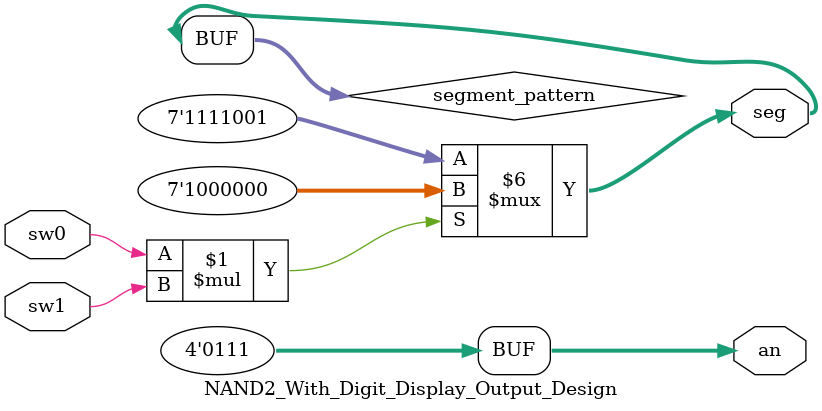
<source format=v>
`timescale 1ns / 1ps


module NAND2_With_Digit_Display_Output_Design(
    input sw0,
    input sw1,
    output [6:0] seg,
    output [3:0] an
    );
    
//NAND2 LOGIC
wire y;
assign y = ~(sw0*sw1);   
// 7 segment display module
reg [6:0] segment_pattern;  // the signal pattern will have 7 bits
always @(*) begin
    if(y == 1'b0) begin
        segment_pattern = 7'b1000000; // Display "0"
     end else begin
        segment_pattern = 7'b1111001; // Display "1"
    end
end

// connect the pattern to the output
assign seg = segment_pattern;
// enable the last 7 segment display only (leftmost)
assign an = 4'b0111;

endmodule

</source>
